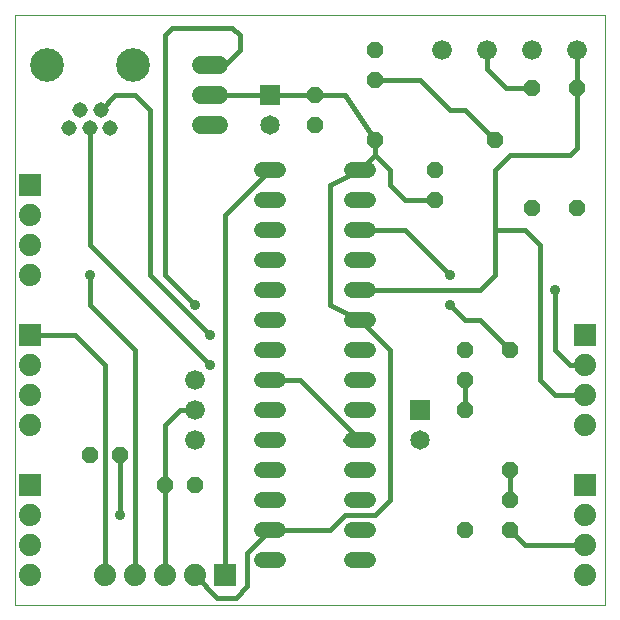
<source format=gtl>
G75*
G70*
%OFA0B0*%
%FSLAX24Y24*%
%IPPOS*%
%LPD*%
%AMOC8*
5,1,8,0,0,1.08239X$1,22.5*
%
%ADD10C,0.0000*%
%ADD11C,0.0520*%
%ADD12OC8,0.0520*%
%ADD13C,0.0660*%
%ADD14R,0.0650X0.0650*%
%ADD15C,0.0650*%
%ADD16C,0.0600*%
%ADD17C,0.0515*%
%ADD18C,0.1122*%
%ADD19R,0.0740X0.0740*%
%ADD20C,0.0740*%
%ADD21C,0.0160*%
%ADD22C,0.0356*%
D10*
X000181Y000181D02*
X000181Y019866D01*
X019866Y019866D01*
X019866Y000181D01*
X000181Y000181D01*
D11*
X008421Y001681D02*
X008941Y001681D01*
X008941Y002681D02*
X008421Y002681D01*
X008421Y003681D02*
X008941Y003681D01*
X008941Y004681D02*
X008421Y004681D01*
X008421Y005681D02*
X008941Y005681D01*
X008941Y006681D02*
X008421Y006681D01*
X008421Y007681D02*
X008941Y007681D01*
X008941Y008681D02*
X008421Y008681D01*
X008421Y009681D02*
X008941Y009681D01*
X008941Y010681D02*
X008421Y010681D01*
X008421Y011681D02*
X008941Y011681D01*
X008941Y012681D02*
X008421Y012681D01*
X008421Y013681D02*
X008941Y013681D01*
X008941Y014681D02*
X008421Y014681D01*
X011421Y014681D02*
X011941Y014681D01*
X011941Y013681D02*
X011421Y013681D01*
X011421Y012681D02*
X011941Y012681D01*
X011941Y011681D02*
X011421Y011681D01*
X011421Y010681D02*
X011941Y010681D01*
X011941Y009681D02*
X011421Y009681D01*
X011421Y008681D02*
X011941Y008681D01*
X011941Y007681D02*
X011421Y007681D01*
X011421Y006681D02*
X011941Y006681D01*
X011941Y005681D02*
X011421Y005681D01*
X011421Y004681D02*
X011941Y004681D01*
X011941Y003681D02*
X011421Y003681D01*
X011421Y002681D02*
X011941Y002681D01*
X011941Y001681D02*
X011421Y001681D01*
D12*
X015181Y002681D03*
X016681Y002681D03*
X016681Y003681D03*
X016681Y004681D03*
X015181Y006681D03*
X015181Y007681D03*
X015181Y008681D03*
X016681Y008681D03*
X017431Y013431D03*
X018931Y013431D03*
X016181Y015681D03*
X017431Y017431D03*
X018931Y017431D03*
X014181Y014681D03*
X014181Y013681D03*
X012181Y015681D03*
X012181Y017681D03*
X012181Y018681D03*
X010181Y017181D03*
X010181Y016181D03*
X003681Y005181D03*
X002681Y005181D03*
X005181Y004181D03*
X006181Y004181D03*
D13*
X006181Y005681D03*
X006181Y006681D03*
X006181Y007681D03*
X014431Y018681D03*
X015931Y018681D03*
X017431Y018681D03*
X018931Y018681D03*
D14*
X008681Y017181D03*
X013681Y006681D03*
D15*
X013681Y005681D03*
X008681Y016181D03*
D16*
X006981Y016181D02*
X006381Y016181D01*
X006381Y017181D02*
X006981Y017181D01*
X006981Y018181D02*
X006381Y018181D01*
D17*
X003351Y016081D03*
X002681Y016081D03*
X002351Y016701D03*
X001981Y016081D03*
X003041Y016701D03*
D18*
X004118Y018181D03*
X001244Y018181D03*
D19*
X000681Y014181D03*
X000681Y009181D03*
X000681Y004181D03*
X007181Y001181D03*
X019181Y004181D03*
X019181Y009181D03*
D20*
X019181Y008181D03*
X019181Y007181D03*
X019181Y006181D03*
X019181Y003181D03*
X019181Y002181D03*
X019181Y001181D03*
X006181Y001181D03*
X005181Y001181D03*
X004181Y001181D03*
X003181Y001181D03*
X000681Y001181D03*
X000681Y002181D03*
X000681Y003181D03*
X000681Y006181D03*
X000681Y007181D03*
X000681Y008181D03*
X000681Y011181D03*
X000681Y012181D03*
X000681Y013181D03*
D21*
X002681Y012181D02*
X006681Y008181D01*
X006681Y009181D02*
X004681Y011181D01*
X004681Y016681D01*
X004181Y017181D01*
X003521Y017181D01*
X003041Y016701D01*
X002681Y016081D02*
X002681Y012181D01*
X002681Y011181D02*
X002681Y010181D01*
X004181Y008681D01*
X004181Y001181D01*
X003181Y001181D02*
X003181Y008181D01*
X002181Y009181D01*
X000681Y009181D01*
X003681Y005181D02*
X003681Y003181D01*
X005181Y004181D02*
X005181Y001181D01*
X006181Y001181D02*
X006931Y000431D01*
X007556Y000431D01*
X007931Y000806D01*
X007931Y001931D01*
X008681Y002681D01*
X010681Y002681D01*
X011181Y003181D01*
X012181Y003181D01*
X012681Y003681D01*
X012681Y008681D01*
X011681Y009681D01*
X010681Y010181D01*
X010681Y014181D01*
X011681Y014681D01*
X012181Y015181D01*
X012681Y014681D01*
X012681Y014181D01*
X013181Y013681D01*
X014181Y013681D01*
X013181Y012681D02*
X014681Y011181D01*
X014681Y010181D02*
X015181Y009681D01*
X015681Y009681D01*
X016681Y008681D01*
X017681Y007681D02*
X017681Y012181D01*
X017181Y012681D01*
X016181Y012681D01*
X016181Y011181D01*
X015681Y010681D01*
X011681Y010681D01*
X011681Y012681D02*
X013181Y012681D01*
X012181Y015181D02*
X012181Y015681D01*
X011181Y017181D01*
X010181Y017181D01*
X008681Y017181D01*
X006681Y017181D01*
X006681Y018181D02*
X007181Y018181D01*
X007681Y018681D01*
X007681Y019181D01*
X007431Y019431D01*
X005431Y019431D01*
X005181Y019181D01*
X005181Y011181D01*
X006181Y010181D01*
X008681Y007681D02*
X009681Y007681D01*
X011681Y005681D01*
X011181Y005681D01*
X015181Y006681D02*
X015181Y007681D01*
X017681Y007681D02*
X018181Y007181D01*
X019181Y007181D01*
X019181Y008181D02*
X018681Y008181D01*
X018181Y008681D01*
X018181Y010681D01*
X016181Y012681D02*
X016181Y014681D01*
X016681Y015181D01*
X018681Y015181D01*
X018931Y015431D01*
X018931Y017431D01*
X018931Y018681D01*
X017431Y017431D02*
X016556Y017431D01*
X015931Y018056D01*
X015931Y018681D01*
X015181Y016681D02*
X014681Y016681D01*
X013681Y017681D01*
X012181Y017681D01*
X015181Y016681D02*
X016181Y015681D01*
X008681Y014681D02*
X007181Y013181D01*
X007181Y001181D01*
X005181Y004181D02*
X005181Y006181D01*
X005681Y006681D01*
X006181Y006681D01*
X016681Y004681D02*
X016681Y003681D01*
X016681Y002681D02*
X017181Y002181D01*
X019181Y002181D01*
D22*
X014681Y010181D03*
X014681Y011181D03*
X018181Y010681D03*
X006681Y009181D03*
X006681Y008181D03*
X006181Y010181D03*
X002681Y011181D03*
X003681Y003181D03*
M02*

</source>
